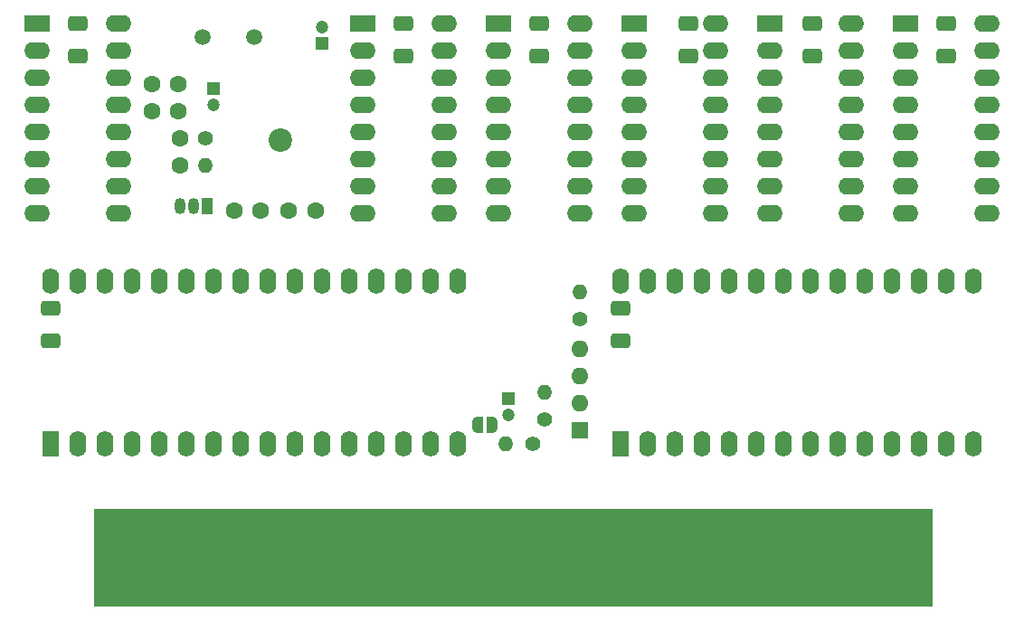
<source format=gbr>
%TF.GenerationSoftware,KiCad,Pcbnew,7.0.10*%
%TF.CreationDate,2024-03-07T11:58:07+00:00*%
%TF.ProjectId,v0a,7630612e-6b69-4636-9164-5f7063625858,rev?*%
%TF.SameCoordinates,Original*%
%TF.FileFunction,Soldermask,Bot*%
%TF.FilePolarity,Negative*%
%FSLAX46Y46*%
G04 Gerber Fmt 4.6, Leading zero omitted, Abs format (unit mm)*
G04 Created by KiCad (PCBNEW 7.0.10) date 2024-03-07 11:58:07*
%MOMM*%
%LPD*%
G01*
G04 APERTURE LIST*
G04 Aperture macros list*
%AMRoundRect*
0 Rectangle with rounded corners*
0 $1 Rounding radius*
0 $2 $3 $4 $5 $6 $7 $8 $9 X,Y pos of 4 corners*
0 Add a 4 corners polygon primitive as box body*
4,1,4,$2,$3,$4,$5,$6,$7,$8,$9,$2,$3,0*
0 Add four circle primitives for the rounded corners*
1,1,$1+$1,$2,$3*
1,1,$1+$1,$4,$5*
1,1,$1+$1,$6,$7*
1,1,$1+$1,$8,$9*
0 Add four rect primitives between the rounded corners*
20,1,$1+$1,$2,$3,$4,$5,0*
20,1,$1+$1,$4,$5,$6,$7,0*
20,1,$1+$1,$6,$7,$8,$9,0*
20,1,$1+$1,$8,$9,$2,$3,0*%
%AMFreePoly0*
4,1,19,0.500000,-0.750000,0.000000,-0.750000,0.000000,-0.744911,-0.071157,-0.744911,-0.207708,-0.704816,-0.327430,-0.627875,-0.420627,-0.520320,-0.479746,-0.390866,-0.500000,-0.250000,-0.500000,0.250000,-0.479746,0.390866,-0.420627,0.520320,-0.327430,0.627875,-0.207708,0.704816,-0.071157,0.744911,0.000000,0.744911,0.000000,0.750000,0.500000,0.750000,0.500000,-0.750000,0.500000,-0.750000,
$1*%
%AMFreePoly1*
4,1,19,0.000000,0.744911,0.071157,0.744911,0.207708,0.704816,0.327430,0.627875,0.420627,0.520320,0.479746,0.390866,0.500000,0.250000,0.500000,-0.250000,0.479746,-0.390866,0.420627,-0.520320,0.327430,-0.627875,0.207708,-0.704816,0.071157,-0.744911,0.000000,-0.744911,0.000000,-0.750000,-0.500000,-0.750000,-0.500000,0.750000,0.000000,0.750000,0.000000,0.744911,0.000000,0.744911,
$1*%
G04 Aperture macros list end*
%ADD10C,0.100000*%
%ADD11R,1.050000X1.500000*%
%ADD12O,1.050000X1.500000*%
%ADD13R,1.200000X1.200000*%
%ADD14C,1.200000*%
%ADD15R,2.400000X1.600000*%
%ADD16O,2.400000X1.600000*%
%ADD17C,1.600000*%
%ADD18C,1.400000*%
%ADD19O,1.400000X1.400000*%
%ADD20R,1.600000X2.400000*%
%ADD21O,1.600000X2.400000*%
%ADD22R,1.600000X1.600000*%
%ADD23O,1.600000X1.600000*%
%ADD24C,1.500000*%
%ADD25C,2.200000*%
%ADD26RoundRect,0.250000X0.650000X-0.412500X0.650000X0.412500X-0.650000X0.412500X-0.650000X-0.412500X0*%
%ADD27FreePoly0,180.000000*%
%ADD28FreePoly1,180.000000*%
G04 APERTURE END LIST*
D10*
%TO.C,H1*%
X35800000Y-82370000D02*
X114200000Y-82370000D01*
X114200000Y-82370000D02*
X114200000Y-91400000D01*
X114200000Y-91400000D02*
X35800000Y-91400000D01*
X35800000Y-91400000D02*
X35800000Y-82370000D01*
G36*
X35800000Y-82370000D02*
G01*
X114200000Y-82370000D01*
X114200000Y-91400000D01*
X35800000Y-91400000D01*
X35800000Y-82370000D01*
G37*
%TD*%
D11*
%TO.C,U10*%
X46355000Y-53975000D03*
D12*
X45085000Y-53975000D03*
X43815000Y-53975000D03*
%TD*%
D13*
%TO.C,C11*%
X46990000Y-42950000D03*
D14*
X46990000Y-44450000D03*
%TD*%
D15*
%TO.C,U4*%
X73660000Y-36830000D03*
D16*
X73660000Y-39370000D03*
X73660000Y-41910000D03*
X73660000Y-44450000D03*
X73660000Y-46990000D03*
X73660000Y-49530000D03*
X73660000Y-52070000D03*
X73660000Y-54610000D03*
X81280000Y-54610000D03*
X81280000Y-52070000D03*
X81280000Y-49530000D03*
X81280000Y-46990000D03*
X81280000Y-44450000D03*
X81280000Y-41910000D03*
X81280000Y-39370000D03*
X81280000Y-36830000D03*
%TD*%
D17*
%TO.C,C13*%
X43688000Y-42545000D03*
X41188000Y-42545000D03*
%TD*%
D15*
%TO.C,U5*%
X99060000Y-36830000D03*
D16*
X99060000Y-39370000D03*
X99060000Y-41910000D03*
X99060000Y-44450000D03*
X99060000Y-46990000D03*
X99060000Y-49530000D03*
X99060000Y-52070000D03*
X99060000Y-54610000D03*
X106680000Y-54610000D03*
X106680000Y-52070000D03*
X106680000Y-49530000D03*
X106680000Y-46990000D03*
X106680000Y-44450000D03*
X106680000Y-41910000D03*
X106680000Y-39370000D03*
X106680000Y-36830000D03*
%TD*%
D18*
%TO.C,R6*%
X81280000Y-64516000D03*
D19*
X81280000Y-61976000D03*
%TD*%
D13*
%TO.C,C10*%
X74549000Y-72009000D03*
D14*
X74549000Y-73509000D03*
%TD*%
D20*
%TO.C,U1*%
X31750000Y-76200000D03*
D21*
X34290000Y-76200000D03*
X36830000Y-76200000D03*
X39370000Y-76200000D03*
X41910000Y-76200000D03*
X44450000Y-76200000D03*
X46990000Y-76200000D03*
X49530000Y-76200000D03*
X52070000Y-76200000D03*
X54610000Y-76200000D03*
X57150000Y-76200000D03*
X59690000Y-76200000D03*
X62230000Y-76200000D03*
X64770000Y-76200000D03*
X67310000Y-76200000D03*
X69850000Y-76200000D03*
X69850000Y-60960000D03*
X67310000Y-60960000D03*
X64770000Y-60960000D03*
X62230000Y-60960000D03*
X59690000Y-60960000D03*
X57150000Y-60960000D03*
X54610000Y-60960000D03*
X52070000Y-60960000D03*
X49530000Y-60960000D03*
X46990000Y-60960000D03*
X44450000Y-60960000D03*
X41910000Y-60960000D03*
X39370000Y-60960000D03*
X36830000Y-60960000D03*
X34290000Y-60960000D03*
X31750000Y-60960000D03*
%TD*%
D17*
%TO.C,C12*%
X43815000Y-47665000D03*
X43815000Y-50165000D03*
%TD*%
D20*
%TO.C,U8*%
X85090000Y-76200000D03*
D21*
X87630000Y-76200000D03*
X90170000Y-76200000D03*
X92710000Y-76200000D03*
X95250000Y-76200000D03*
X97790000Y-76200000D03*
X100330000Y-76200000D03*
X102870000Y-76200000D03*
X105410000Y-76200000D03*
X107950000Y-76200000D03*
X110490000Y-76200000D03*
X113030000Y-76200000D03*
X115570000Y-76200000D03*
X118110000Y-76200000D03*
X118110000Y-60960000D03*
X115570000Y-60960000D03*
X113030000Y-60960000D03*
X110490000Y-60960000D03*
X107950000Y-60960000D03*
X105410000Y-60960000D03*
X102870000Y-60960000D03*
X100330000Y-60960000D03*
X97790000Y-60960000D03*
X95250000Y-60960000D03*
X92710000Y-60960000D03*
X90170000Y-60960000D03*
X87630000Y-60960000D03*
X85090000Y-60960000D03*
%TD*%
D17*
%TO.C,C14*%
X43688000Y-45085000D03*
X41188000Y-45085000D03*
%TD*%
D15*
%TO.C,U7*%
X111760000Y-36830000D03*
D16*
X111760000Y-39370000D03*
X111760000Y-41910000D03*
X111760000Y-44450000D03*
X111760000Y-46990000D03*
X111760000Y-49530000D03*
X111760000Y-52070000D03*
X111760000Y-54610000D03*
X119380000Y-54610000D03*
X119380000Y-52070000D03*
X119380000Y-49530000D03*
X119380000Y-46990000D03*
X119380000Y-44450000D03*
X119380000Y-41910000D03*
X119380000Y-39370000D03*
X119380000Y-36830000D03*
%TD*%
D17*
%TO.C,C2*%
X54015000Y-54356000D03*
X56515000Y-54356000D03*
%TD*%
D13*
%TO.C,C15*%
X57150000Y-38735000D03*
D14*
X57150000Y-37235000D03*
%TD*%
D15*
%TO.C,U6*%
X86360000Y-36830000D03*
D16*
X86360000Y-39370000D03*
X86360000Y-41910000D03*
X86360000Y-44450000D03*
X86360000Y-46990000D03*
X86360000Y-49530000D03*
X86360000Y-52070000D03*
X86360000Y-54610000D03*
X93980000Y-54610000D03*
X93980000Y-52070000D03*
X93980000Y-49530000D03*
X93980000Y-46990000D03*
X93980000Y-44450000D03*
X93980000Y-41910000D03*
X93980000Y-39370000D03*
X93980000Y-36830000D03*
%TD*%
D22*
%TO.C,RN1*%
X81280000Y-74930000D03*
D23*
X81280000Y-72390000D03*
X81280000Y-69850000D03*
X81280000Y-67310000D03*
%TD*%
D24*
%TO.C,Y1*%
X50800000Y-38100000D03*
X45920000Y-38100000D03*
%TD*%
D18*
%TO.C,R2*%
X76835000Y-76200000D03*
D19*
X74295000Y-76200000D03*
%TD*%
D17*
%TO.C,C1*%
X48915000Y-54356000D03*
X51415000Y-54356000D03*
%TD*%
D18*
%TO.C,R3*%
X46228000Y-47625000D03*
D19*
X46228000Y-50165000D03*
%TD*%
D15*
%TO.C,U2*%
X30480000Y-36830000D03*
D16*
X30480000Y-39370000D03*
X30480000Y-41910000D03*
X30480000Y-44450000D03*
X30480000Y-46990000D03*
X30480000Y-49530000D03*
X30480000Y-52070000D03*
X30480000Y-54610000D03*
X38100000Y-54610000D03*
X38100000Y-52070000D03*
X38100000Y-49530000D03*
X38100000Y-46990000D03*
X38100000Y-44450000D03*
X38100000Y-41910000D03*
X38100000Y-39370000D03*
X38100000Y-36830000D03*
%TD*%
D15*
%TO.C,U3*%
X60960000Y-36830000D03*
D16*
X60960000Y-39370000D03*
X60960000Y-41910000D03*
X60960000Y-44450000D03*
X60960000Y-46990000D03*
X60960000Y-49530000D03*
X60960000Y-52070000D03*
X60960000Y-54610000D03*
X68580000Y-54610000D03*
X68580000Y-52070000D03*
X68580000Y-49530000D03*
X68580000Y-46990000D03*
X68580000Y-44450000D03*
X68580000Y-41910000D03*
X68580000Y-39370000D03*
X68580000Y-36830000D03*
%TD*%
D18*
%TO.C,R1*%
X77978000Y-73914000D03*
D19*
X77978000Y-71374000D03*
%TD*%
D25*
%TO.C,U9*%
X53210000Y-47752000D03*
%TD*%
D26*
%TO.C,C8*%
X34290000Y-39955000D03*
X34290000Y-36830000D03*
%TD*%
%TO.C,C3*%
X77470000Y-39955000D03*
X77470000Y-36830000D03*
%TD*%
%TO.C,C16*%
X64770000Y-39955000D03*
X64770000Y-36830000D03*
%TD*%
%TO.C,C9*%
X115570000Y-39955000D03*
X115570000Y-36830000D03*
%TD*%
%TO.C,C6*%
X91440000Y-39955000D03*
X91440000Y-36830000D03*
%TD*%
%TO.C,C5*%
X85090000Y-66625000D03*
X85090000Y-63500000D03*
%TD*%
%TO.C,C4*%
X31750000Y-66625000D03*
X31750000Y-63500000D03*
%TD*%
D27*
%TO.C,JP1*%
X73040000Y-74422000D03*
D28*
X71740000Y-74422000D03*
%TD*%
D26*
%TO.C,C7*%
X103000000Y-39955000D03*
X103000000Y-36830000D03*
%TD*%
M02*

</source>
